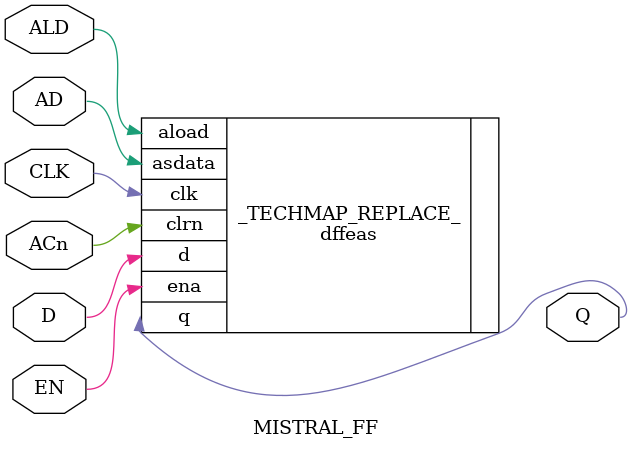
<source format=v>
module __MISTRAL_VCC(output Q);

MISTRAL_ALUT2 #(.LUT(4'b1111)) _TECHMAP_REPLACE_ (.A(1'b1), .B(1'b1), .Q(Q));

endmodule


module __MISTRAL_GND(output Q);

MISTRAL_ALUT2 #(.LUT(4'b0000)) _TECHMAP_REPLACE_ (.A(1'b1), .B(1'b1), .Q(Q));

endmodule


module MISTRAL_FF(input D, CLK, ACn, ALD, AD, EN, output reg Q);

parameter INIT = 1'b0;

localparam [1023:0] INIT_STR = (INIT !== 1'b1) ? "low" : "high";

dffeas #(.power_up(INIT_STR), .is_wysiwyg("true")) _TECHMAP_REPLACE_ (.d(D), .clk(CLK), .clrn(ACn), .aload(ALD), .asdata(AD), .ena(EN), .q(Q));

endmodule

</source>
